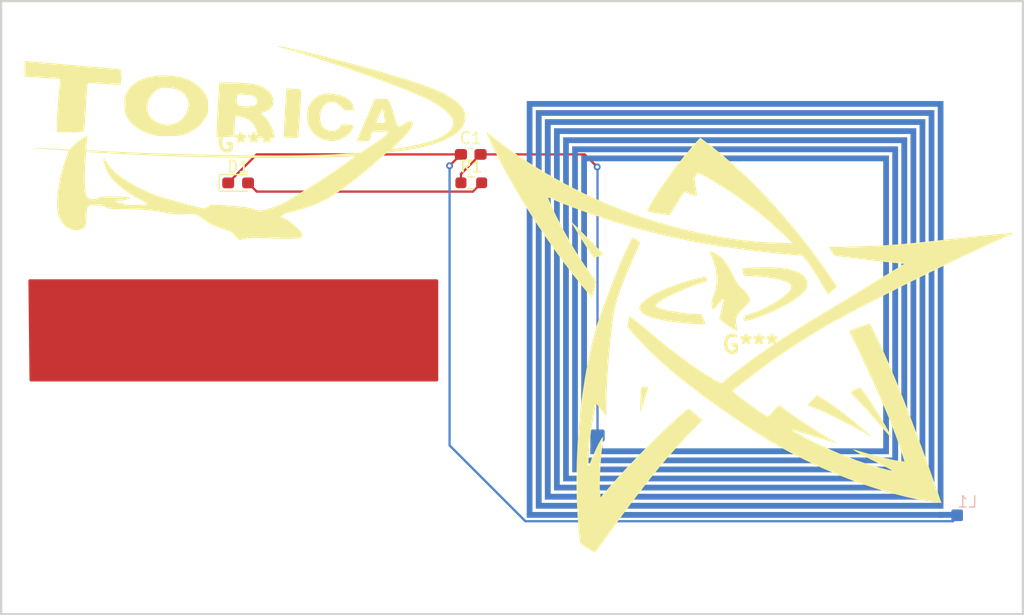
<source format=kicad_pcb>
(kicad_pcb (version 20241229) (generator "pcbnew") (generator_version "9.0")
  (layers (0 "F.Cu" signal) (2 "B.Cu" signal) (13 "F.Paste" user) (15 "B.Paste" user) (5 "F.SilkS" user "F.Silkscreen") (7 "B.SilkS" user "B.Silkscreen") (1 "F.Mask" user) (3 "B.Mask" user) (25 "Edge.Cuts" user))
  (net 0 "")
  (net 1 "Net-(C1-Pad2)")
  (net 2 "Net-(D1-K)")
  (net 3 "Net-(D1-A)")
  (footprint "Resistor_SMD:R_0603_1608Metric_Pad0.98x0.95mm_HandSolder" (layer "F.Cu") (at 112.9125 95.5)
    (property "Reference" "R1" (at 0 -1.43 0) (layer "F.SilkS"))
    (property "Value" "R")
    (pad "1" smd roundrect (at -0.9125 0) (size 0.975 0.95) (layers "F.Cu" "F.Mask" "F.Paste") (net 1 "Net-(C1-Pad2)"))
    (pad "2" smd roundrect (at 0.9125 0) (size 0.975 0.95) (layers "F.Cu" "F.Mask" "F.Paste") (net 3 "Net-(D1-A)"))
  )
  (footprint "TORICA_Hardwarelib:elder_sign" (layer "F.Cu") (at 137.5 109.75)
    (property "Reference" "G***" (at 0 0 0) (layer "F.SilkS") (effects (font (size 1.5 1.5) (thickness 0.3))))
    (property "Value" "LOGO" (hide yes))
  )
  (footprint "LED_SMD:LED_0603_1608Metric_Pad1.05x0.95mm_HandSolder" (layer "F.Cu") (at 92.375 95.51)
    (property "Reference" "D1" (at 0 -1.43 0) (layer "F.SilkS"))
    (property "Value" "LED")
    (pad "1" smd roundrect (at -0.875 0) (size 1.05 0.95) (layers "F.Cu" "F.Mask" "F.Paste") (net 2 "Net-(D1-K)"))
    (pad "2" smd roundrect (at 0.875 0) (size 1.05 0.95) (layers "F.Cu" "F.Mask" "F.Paste") (net 3 "Net-(D1-A)"))
  )
  (footprint "lib:TORICA_LOGO" (layer "F.Cu") (at 93 92)
    (property "Reference" "G***" (at 0 0 0) (layer "F.SilkS") (effects (font (size 1.5 1.5) (thickness 0.3))))
    (property "Value" "LOGO" (hide yes))
  )
  (footprint "Capacitor_SMD:C_0603_1608Metric_Pad1.08x0.95mm_HandSolder" (layer "F.Cu") (at 112.8625 93)
    (property "Reference" "C1" (at 0 -1.43 0) (layer "F.SilkS"))
    (property "Value" "C")
    (pad "1" smd roundrect (at -0.8625 0) (size 1.075 0.95) (layers "F.Cu" "F.Mask" "F.Paste") (net 2 "Net-(D1-K)"))
    (pad "2" smd roundrect (at 0.8625 0) (size 1.075 0.95) (layers "F.Cu" "F.Mask" "F.Paste") (net 1 "Net-(C1-Pad2)"))
  )
  (footprint "lib:NFC_COIL_36.7x36.7_3uH" (layer "B.Cu") (at 154.5 125 180)
    (property "Reference" "L1" (at -2.11 1.4 0) (layer "B.SilkS") (effects (font (thickness 0.1)) (justify mirror)))
    (property "Value" "L")
    (fp_rect (start 30.14 6.795) (end 31 6.105) (stroke (width 0.2)) (fill yes) (layer "B.Cu"))
    (fp_rect (start -0.67 0.41) (end 0.41 0.09) (stroke (width 0.2)) (fill yes) (layer "B.Cu"))
    (fp_poly (pts (xy 0 0) (xy 36.7 0) (xy 36.7 36.7) (xy 0 36.7) (xy 0 0.8) (xy 35.9 0.8) (xy 35.9 35.9) (xy 0.8 35.9) (xy 0.8 1.6) (xy 35.1 1.6) (xy 35.1 35.1) (xy 1.6 35.1) (xy 1.6 2.4) (xy 34.3 2.4) (xy 34.3 34.3) (xy 2.4 34.3) (xy 2.4 3.2) (xy 33.5 3.2) (xy 33.5 33.5) (xy 3.2 33.5) (xy 3.2 4) (xy 32.7 4) (xy 32.7 32.7) (xy 4 32.7) (xy 4 4.8) (xy 31.9 4.8) (xy 31.9 31.9) (xy 4.8 31.9) (xy 4.8 5.6) (xy 31.1 5.6) (xy 31.1 6.1) (xy 30 6.1) (xy 5.3 6.1) (xy 5.3 31.4) (xy 31.4 31.4) (xy 31.4 5.3) (xy 4.5 5.3) (xy 4.5 32.2) (xy 32.2 32.2) (xy 32.2 4.5) (xy 3.7 4.5) (xy 3.7 33) (xy 33 33) (xy 33 3.7) (xy 2.9 3.7) (xy 2.9 33.8) (xy 33.8 33.8) (xy 33.8 2.9) (xy 2.1 2.9) (xy 2.1 34.6) (xy 34.6 34.6) (xy 34.6 2.1) (xy 1.3 2.1) (xy 1.3 35.4) (xy 35.4 35.4) (xy 35.4 1.3) (xy 0.5 1.3) (xy 0.5 36.2) (xy 36.2 36.2) (xy 36.2 0.5) (xy 0 0.5)) (stroke (width 0.01)) (fill yes) (layer "B.Cu"))
    (pad "1" smd roundrect (at 30.470625 7.23875 180) (size 1.26125 1.0625) (layers "B.Cu" "B.Paste") (roundrect_rratio 0.15) (net 1 "Net-(C1-Pad2)"))
    (pad "2" smd roundrect (at -1.20875 0.2125 180) (size 1.0225 1.025) (layers "B.Cu" "B.Paste") (roundrect_rratio 0.15) (net 2 "Net-(D1-K)"))
  )
  (gr_rect (start 71.5 79.5) (end 161.5 133.5) (stroke (width 0.2)) (fill no) (layer "Edge.Cuts"))
  (segment (start 112 94.725) (end 113.725 93) (width 0.2) (layer "F.Cu") (net 1))
  (segment (start 122.895 93) (end 113.725 93) (width 0.2) (layer "F.Cu") (net 1))
  (segment (start 112 95.5) (end 112 94.725) (width 0.2) (layer "F.Cu") (net 1))
  (segment (start 124 94.105) (end 122.895 93) (width 0.2) (layer "F.Cu") (net 1))
  (via (at 124 94.105) (size 0.6) (drill 0.3) (layers "F.Cu" "B.Cu") (net 1))
  (segment (start 124.029375 117.76125) (end 124.029375 94.029375) (width 0.2) (layer "B.Cu") (net 1))
  (segment (start 124.029375 94.029375) (end 124 94) (width 0.2) (layer "B.Cu") (net 1))
  (segment (start 124 94) (end 124 94.105) (width 0.2) (layer "B.Cu") (net 1))
  (segment (start 112 93) (end 94.01 93) (width 0.2) (layer "F.Cu") (net 2))
  (segment (start 94.01 93) (end 91.5 95.51) (width 0.2) (layer "F.Cu") (net 2))
  (segment (start 111 94) (end 112 93) (width 0.2) (layer "F.Cu") (net 2))
  (via (at 111 94) (size 0.6) (drill 0.3) (layers "F.Cu" "B.Cu") (net 2))
  (segment (start 155.70875 124.7875) (end 155.70875 124.93835) (width 0.2) (layer "B.Cu") (net 2))
  (segment (start 155.3361 125.311) (end 117.678251 125.311) (width 0.2) (layer "B.Cu") (net 2))
  (segment (start 117.678251 125.311) (end 111 118.632749) (width 0.2) (layer "B.Cu") (net 2))
  (segment (start 111 118.632749) (end 111 94) (width 0.2) (layer "B.Cu") (net 2))
  (segment (start 155.70875 124.93835) (end 155.3361 125.311) (width 0.2) (layer "B.Cu") (net 2))
  (segment (start 94.016 96.276) (end 113.049 96.276) (width 0.2) (layer "F.Cu") (net 3))
  (segment (start 93.25 95.51) (end 94.016 96.276) (width 0.2) (layer "F.Cu") (net 3))
  (segment (start 113.049 96.276) (end 113.825 95.5) (width 0.2) (layer "F.Cu") (net 3))
  (zone (net 0) (net_name "") (layer "F.Cu") (connect_pads (clearance 0.5)) (min_thickness 0.25) (fill yes (thermal_gap 0.5) (thermal_bridge_width 0.5) (island_removal_mode 1) (island_area_min 10))
    (polygon (pts (xy 73.9 104) (xy 110 104) (xy 110 113) (xy 74 113)))
  )
)
</source>
